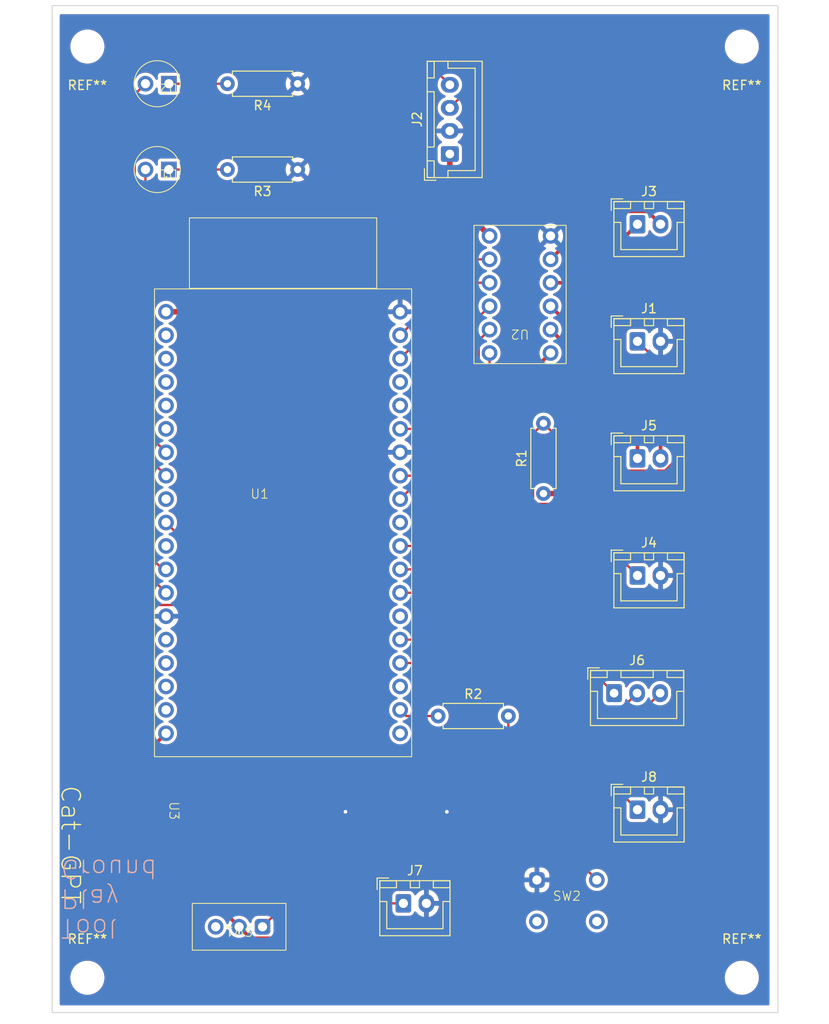
<source format=kicad_pcb>
(kicad_pcb (version 20221018) (generator pcbnew)
  (layers (0 "F.Cu" signal) (31 "B.Cu" signal) (34 "B.Paste" user) (35 "F.Paste" user) (36 "B.SilkS" user "B.Silkscreen") (37 "F.SilkS" user "F.Silkscreen") (38 "B.Mask" user) (39 "F.Mask" user) (44 "Edge.Cuts" user))
  (net 0 "")
  (net 1 "Net-(J1-Pin_1)")
  (net 2 "SCL")
  (net 3 "SDA")
  (net 4 "Net-(J3-Pin_1)")
  (net 5 "Net-(J3-Pin_2)")
  (net 6 "Net-(J5-Pin_1)")
  (net 7 "Net-(J5-Pin_2)")
  (net 17 "+6V")
  (net 20 "Net-(J8-Pin_1)")
  (net 21 "BIN2")
  (net 22 "BIN1")
  (net 23 "AIN2")
  (net 26 "AIN1")
  (net 27 "MODE")
  (net 28 "Net-(J4-Pin_1)")
  (net 29 "Net-(J6-Pin_1)")
  (net 30 "Net-(J6-Pin_2)")
  (net 31 "Net-(J6-Pin_3)")
  (net 32 "GND")
  (net 33 "Net-(SW1-B)")
  (net 35 "Net-(D1-A)")
  (net 36 "Net-(D2-A)")
  (net 37 "3.3V")
  (net 38 "Net-(U1-IO7)")
  (net 39 "Net-(R2-Pad2)")
  (net 44 "Net-(D1-K)")
  (net 45 "Net-(D2-K)")
  (net 46 "Net-(U1-5V)")
  (footprint "MountingHole:MountingHole_3.2mm_M3" (layer "F.Cu") (at 108 40 180)
    (fp_text reference "REF**" (at 0 -4.2) (layer "F.SilkS"))
    (fp_text value "MountingHole_3.2mm_M3")
    (pad "" np_thru_hole circle (at 0 0 180) (size 3.2 3.2) (drill 3.2) (layers "F&B.Cu" "*.Mask"))
  )
  (footprint "Resistor_THT:R_Axial_DIN0207_L6.3mm_D2.5mm_P7.62mm_Horizontal" (layer "F.Cu") (at 157.48 88.4823 90)
    (fp_text reference "R1" (at 3.81 -2.37 90) (layer "F.SilkS"))
    (fp_text value "10k")
    (fp_line (start 0.54 -1.37) (end 7.08 -1.37) (stroke (width 0.12)) (layer "F.SilkS"))
    (fp_line (start 0.54 -1.04) (end 0.54 -1.37) (stroke (width 0.12)) (layer "F.SilkS"))
    (fp_line (start 0.54 1.04) (end 0.54 1.37) (stroke (width 0.12)) (layer "F.SilkS"))
    (fp_line (start 0.54 1.37) (end 7.08 1.37) (stroke (width 0.12)) (layer "F.SilkS"))
    (fp_line (start 7.08 -1.37) (end 7.08 -1.04) (stroke (width 0.12)) (layer "F.SilkS"))
    (fp_line (start 7.08 1.37) (end 7.08 1.04) (stroke (width 0.12)) (layer "F.SilkS"))
    (pad "1" thru_hole circle (at 0 0 90) (size 1.6 1.6) (drill 0.8) (layers "*.Cu" "*.Mask") (net 37 "3.3V"))
    (pad "2" thru_hole oval (at 7.62 0 90) (size 1.6 1.6) (drill 0.8) (layers "*.Cu" "*.Mask") (net 1 "Net-(J1-Pin_1)"))
  )
  (footprint "MountingHole:MountingHole_3.2mm_M3" (layer "F.Cu") (at 108 141)
    (fp_text reference "REF**" (at 0 -4.2) (layer "F.SilkS"))
    (fp_text value "MountingHole_3.2mm_M3")
    (pad "" np_thru_hole circle (at 0 0) (size 3.2 3.2) (drill 3.2) (layers "F&B.Cu" "*.Mask"))
  )
  (footprint "MountingHole:MountingHole_3.2mm_M3" (layer "F.Cu") (at 179 141)
    (fp_text reference "REF**" (at 0 -4.2) (layer "F.SilkS"))
    (fp_text value "MountingHole_3.2mm_M3")
    (pad "" np_thru_hole circle (at 0 0) (size 3.2 3.2) (drill 3.2) (layers "*.Cu" "*.Mask"))
  )
  (footprint "mori:ESP32" (layer "F.Cu") (at 129.23 114.4877)
    (fp_text reference "U1" (at -2.54 -25.96 unlocked) (layer "F.SilkS") (effects (font (thickness 0.1))))
    (fp_text value "~")
    (fp_rect (start -13.95 -48.2) (end 13.95 2.54) (stroke (width 0.1)) (fill none) (layer "F.SilkS"))
    (fp_rect (start -10.16 -55.9054) (end 10.16 -48.26) (stroke (width 0.1)) (fill none) (layer "F.SilkS"))
    (pad "1" thru_hole oval (at -12.7 -45.72) (size 1.7 1.7) (drill 1) (layers "*.Cu" "*.Mask") (net 37 "3.3V"))
    (pad "2" thru_hole oval (at -12.7 -43.18) (size 1.7 1.7) (drill 1) (layers "*.Cu" "*.Mask"))
    (pad "3" thru_hole oval (at -12.7 -40.64) (size 1.7 1.7) (drill 1) (layers "*.Cu" "*.Mask"))
    (pad "4" thru_hole oval (at -12.7 -38.1) (size 1.7 1.7) (drill 1) (layers "*.Cu" "*.Mask"))
    (pad "5" thru_hole oval (at -12.7 -35.56) (size 1.7 1.7) (drill 1) (layers "*.Cu" "*.Mask"))
    (pad "6" thru_hole oval (at -12.7 -33.02) (size 1.7 1.7) (drill 1) (layers "*.Cu" "*.Mask"))
    (pad "7" thru_hole oval (at -12.7 -30.48) (size 1.7 1.7) (drill 1) (layers "*.Cu" "*.Mask") (net 35 "Net-(D1-A)"))
    (pad "8" thru_hole oval (at -12.7 -27.94) (size 1.7 1.7) (drill 1) (layers "*.Cu" "*.Mask") (net 36 "Net-(D2-A)"))
    (pad "9" thru_hole oval (at -12.7 -25.4) (size 1.7 1.7) (drill 1) (layers "*.Cu" "*.Mask"))
    (pad "10" thru_hole oval (at -12.7 -22.86) (size 1.7 1.7) (drill 1) (layers "*.Cu" "*.Mask") (net 1 "Net-(J1-Pin_1)"))
    (pad "11" thru_hole oval (at -12.7 -20.32) (size 1.7 1.7) (drill 1) (layers "*.Cu" "*.Mask"))
    (pad "12" thru_hole oval (at -12.7 -17.78) (size 1.7 1.7) (drill 1) (layers "*.Cu" "*.Mask") (net 2 "SCL"))
    (pad "13" thru_hole oval (at -12.7 -15.24) (size 1.7 1.7) (drill 1) (layers "*.Cu" "*.Mask") (net 3 "SDA"))
    (pad "14" thru_hole oval (at -12.7 -12.7) (size 1.7 1.7) (drill 1) (layers "*.Cu" "*.Mask") (net 32 "GND"))
    (pad "15" thru_hole oval (at -12.7 -10.16) (size 1.7 1.7) (drill 1) (layers "*.Cu" "*.Mask"))
    (pad "16" thru_hole oval (at -12.7 -7.62) (size 1.7 1.7) (drill 1) (layers "*.Cu" "*.Mask"))
    (pad "17" thru_hole oval (at -12.7 -5.08) (size 1.7 1.7) (drill 1) (layers "*.Cu" "*.Mask"))
    (pad "18" thru_hole oval (at -12.7 -2.54) (size 1.7 1.7) (drill 1) (layers "*.Cu" "*.Mask"))
    (pad "19" thru_hole oval (at -12.7 0) (size 1.7 1.7) (drill 1) (layers "*.Cu" "*.Mask") (net 46 "Net-(U1-5V)"))
    (pad "20" thru_hole oval (at 12.7 0) (size 1.7 1.7) (drill 1) (layers "*.Cu" "*.Mask"))
    (pad "21" thru_hole oval (at 12.7 -2.54) (size 1.7 1.7) (drill 1) (layers "*.Cu" "*.Mask") (net 38 "Net-(U1-IO7)"))
    (pad "22" thru_hole oval (at 12.7 -5.08) (size 1.7 1.7) (drill 1) (layers "*.Cu" "*.Mask"))
    (pad "23" thru_hole oval (at 12.7 -7.62) (size 1.7 1.7) (drill 1) (layers "*.Cu" "*.Mask") (net 20 "Net-(J8-Pin_1)"))
    (pad "24" thru_hole oval (at 12.7 -10.16) (size 1.7 1.7) (drill 1) (layers "*.Cu" "*.Mask") (net 31 "Net-(J6-Pin_3)"))
    (pad "25" thru_hole oval (at 12.7 -12.7) (size 1.7 1.7) (drill 1) (layers "*.Cu" "*.Mask"))
    (pad "26" thru_hole oval (at 12.7 -15.24) (size 1.7 1.7) (drill 1) (layers "*.Cu" "*.Mask") (net 30 "Net-(J6-Pin_2)"))
    (pad "27" thru_hole oval (at 12.7 -17.78) (size 1.7 1.7) (drill 1) (layers "*.Cu" "*.Mask") (net 29 "Net-(J6-Pin_1)"))
    (pad "28" thru_hole oval (at 12.7 -20.32) (size 1.7 1.7) (drill 1) (layers "*.Cu" "*.Mask") (net 28 "Net-(J4-Pin_1)"))
    (pad "29" thru_hole oval (at 12.7 -22.86) (size 1.7 1.7) (drill 1) (layers "*.Cu" "*.Mask"))
    (pad "30" thru_hole oval (at 12.7 -25.4) (size 1.7 1.7) (drill 1) (layers "*.Cu" "*.Mask") (net 21 "BIN2"))
    (pad "31" thru_hole oval (at 12.7 -27.94) (size 1.7 1.7) (drill 1) (layers "*.Cu" "*.Mask") (net 22 "BIN1"))
    (pad "32" thru_hole oval (at 12.7 -30.48) (size 1.7 1.7) (drill 1) (layers "*.Cu" "*.Mask") (net 32 "GND"))
    (pad "33" thru_hole oval (at 12.7 -33.02) (size 1.7 1.7) (drill 1) (layers "*.Cu" "*.Mask") (net 23 "AIN2"))
    (pad "34" thru_hole oval (at 12.7 -35.56) (size 1.7 1.7) (drill 1) (layers "*.Cu" "*.Mask"))
    (pad "35" thru_hole oval (at 12.7 -38.1) (size 1.7 1.7) (drill 1) (layers "*.Cu" "*.Mask"))
    (pad "36" thru_hole oval (at 12.7 -40.64) (size 1.7 1.7) (drill 1) (layers "*.Cu" "*.Mask") (net 26 "AIN1"))
    (pad "37" thru_hole oval (at 12.7 -43.18) (size 1.7 1.7) (drill 1) (layers "*.Cu" "*.Mask") (net 27 "MODE"))
    (pad "38" thru_hole oval (at 12.7 -45.72) (size 1.7 1.7) (drill 1) (layers "*.Cu" "*.Mask") (net 32 "GND"))
  )
  (footprint "Connector_JST:JST_XH_B4B-XH-A_1x04_P2.50mm_Vertical" (layer "F.Cu") (at 147.32 51.6523 90)
    (fp_text reference "J2" (at 3.75 -3.55 90) (layer "F.SilkS"))
    (fp_text value "Conn_01x04")
    (fp_line (start -2.85 -2.75) (end -2.85 -1.5) (stroke (width 0.12)) (layer "F.SilkS"))
    (fp_line (start -2.56 -2.46) (end -2.56 3.51) (stroke (width 0.12)) (layer "F.SilkS"))
    (fp_line (start -2.56 3.51) (end 10.06 3.51) (stroke (width 0.12)) (layer "F.SilkS"))
    (fp_line (start -2.55 -2.45) (end -2.55 -1.7) (stroke (width 0.12)) (layer "F.SilkS"))
    (fp_line (start -2.55 -1.7) (end -0.75 -1.7) (stroke (width 0.12)) (layer "F.SilkS"))
    (fp_line (start -2.55 -0.2) (end -1.8 -0.2) (stroke (width 0.12)) (layer "F.SilkS"))
    (fp_line (start -1.8 -0.2) (end -1.8 2.75) (stroke (width 0.12)) (layer "F.SilkS"))
    (fp_line (start -1.8 2.75) (end 3.75 2.75) (stroke (width 0.12)) (layer "F.SilkS"))
    (fp_line (start -1.6 -2.75) (end -2.85 -2.75) (stroke (width 0.12)) (layer "F.SilkS"))
    (fp_line (start -0.75 -2.45) (end -2.55 -2.45) (stroke (width 0.12)) (layer "F.SilkS"))
    (fp_line (start -0.75 -1.7) (end -0.75 -2.45) (stroke (width 0.12)) (layer "F.SilkS"))
    (fp_line (start 0.75 -2.45) (end 0.75 -1.7) (stroke (width 0.12)) (layer "F.SilkS"))
    (fp_line (start 0.75 -1.7) (end 6.75 -1.7) (stroke (width 0.12)) (layer "F.SilkS"))
    (fp_line (start 6.75 -2.45) (end 0.75 -2.45) (stroke (width 0.12)) (layer "F.SilkS"))
    (fp_line (start 6.75 -1.7) (end 6.75 -2.45) (stroke (width 0.12)) (layer "F.SilkS"))
    (fp_line (start 8.25 -2.45) (end 8.25 -1.7) (stroke (width 0.12)) (layer "F.SilkS"))
    (fp_line (start 8.25 -1.7) (end 10.05 -1.7) (stroke (width 0.12)) (layer "F.SilkS"))
    (fp_line (start 9.3 -0.2) (end 9.3 2.75) (stroke (width 0.12)) (layer "F.SilkS"))
    (fp_line (start 9.3 2.75) (end 3.75 2.75) (stroke (width 0.12)) (layer "F.SilkS"))
    (fp_line (start 10.05 -2.45) (end 8.25 -2.45) (stroke (width 0.12)) (layer "F.SilkS"))
    (fp_line (start 10.05 -1.7) (end 10.05 -2.45) (stroke (width 0.12)) (layer "F.SilkS"))
    (fp_line (start 10.05 -0.2) (end 9.3 -0.2) (stroke (width 0.12)) (layer "F.SilkS"))
    (fp_line (start 10.06 -2.46) (end -2.56 -2.46) (stroke (width 0.12)) (layer "F.SilkS"))
    (fp_line (start 10.06 3.51) (end 10.06 -2.46) (stroke (width 0.12)) (layer "F.SilkS"))
    (pad "1" thru_hole roundrect (at 0 0 90) (size 1.7 1.95) (drill 0.95) (layers "*.Cu" "*.Mask") (roundrect_rratio 0.147059) (net 37 "3.3V"))
    (pad "2" thru_hole oval (at 2.5 0 90) (size 1.7 1.95) (drill 0.95) (layers "*.Cu" "*.Mask") (net 32 "GND"))
    (pad "3" thru_hole oval (at 5 0 90) (size 1.7 1.95) (drill 0.95) (layers "*.Cu" "*.Mask") (net 3 "SDA"))
    (pad "4" thru_hole oval (at 7.5 0 90) (size 1.7 1.95) (drill 0.95) (layers "*.Cu" "*.Mask") (net 2 "SCL"))
  )
  (footprint "MountingHole:MountingHole_3.2mm_M3" (layer "F.Cu") (at 179 40 180)
    (fp_text reference "REF**" (at 0 -4.2) (layer "F.SilkS"))
    (fp_text value "MountingHole_3.2mm_M3")
    (pad "" np_thru_hole circle (at 0 0 180) (size 3.2 3.2) (drill 3.2) (layers "F&B.Cu" "*.Mask"))
  )
  (footprint "Connector_JST:JST_XH_B2B-XH-A_1x02_P2.50mm_Vertical" (layer "F.Cu") (at 167.68 71.9723)
    (fp_text reference "J1" (at 1.25 -3.55) (layer "F.SilkS"))
    (fp_text value "Conn_01x02")
    (fp_line (start -2.85 -2.75) (end -2.85 -1.5) (stroke (width 0.12)) (layer "F.SilkS"))
    (fp_line (start -2.56 -2.46) (end -2.56 3.51) (stroke (width 0.12)) (layer "F.SilkS"))
    (fp_line (start -2.56 3.51) (end 5.06 3.51) (stroke (width 0.12)) (layer "F.SilkS"))
    (fp_line (start -2.55 -2.45) (end -2.55 -1.7) (stroke (width 0.12)) (layer "F.SilkS"))
    (fp_line (start -2.55 -1.7) (end -0.75 -1.7) (stroke (width 0.12)) (layer "F.SilkS"))
    (fp_line (start -2.55 -0.2) (end -1.8 -0.2) (stroke (width 0.12)) (layer "F.SilkS"))
    (fp_line (start -1.8 -0.2) (end -1.8 2.75) (stroke (width 0.12)) (layer "F.SilkS"))
    (fp_line (start -1.8 2.75) (end 1.25 2.75) (stroke (width 0.12)) (layer "F.SilkS"))
    (fp_line (start -1.6 -2.75) (end -2.85 -2.75) (stroke (width 0.12)) (layer "F.SilkS"))
    (fp_line (start -0.75 -2.45) (end -2.55 -2.45) (stroke (width 0.12)) (layer "F.SilkS"))
    (fp_line (start -0.75 -1.7) (end -0.75 -2.45) (stroke (width 0.12)) (layer "F.SilkS"))
    (fp_line (start 0.75 -2.45) (end 0.75 -1.7) (stroke (width 0.12)) (layer "F.SilkS"))
    (fp_line (start 0.75 -1.7) (end 1.75 -1.7) (stroke (width 0.12)) (layer "F.SilkS"))
    (fp_line (start 1.75 -2.45) (end 0.75 -2.45) (stroke (width 0.12)) (layer "F.SilkS"))
    (fp_line (start 1.75 -1.7) (end 1.75 -2.45) (stroke (width 0.12)) (layer "F.SilkS"))
    (fp_line (start 3.25 -2.45) (end 3.25 -1.7) (stroke (width 0.12)) (layer "F.SilkS"))
    (fp_line (start 3.25 -1.7) (end 5.05 -1.7) (stroke (width 0.12)) (layer "F.SilkS"))
    (fp_line (start 4.3 -0.2) (end 4.3 2.75) (stroke (width 0.12)) (layer "F.SilkS"))
    (fp_line (start 4.3 2.75) (end 1.25 2.75) (stroke (width 0.12)) (layer "F.SilkS"))
    (fp_line (start 5.05 -2.45) (end 3.25 -2.45) (stroke (width 0.12)) (layer "F.SilkS"))
    (fp_line (start 5.05 -1.7) (end 5.05 -2.45) (stroke (width 0.12)) (layer "F.SilkS"))
    (fp_line (start 5.05 -0.2) (end 4.3 -0.2) (stroke (width 0.12)) (layer "F.SilkS"))
    (fp_line (start 5.06 -2.46) (end -2.56 -2.46) (stroke (width 0.12)) (layer "F.SilkS"))
    (fp_line (start 5.06 3.51) (end 5.06 -2.46) (stroke (width 0.12)) (layer "F.SilkS"))
    (pad "1" thru_hole roundrect (at 0 0) (size 1.7 2) (drill 1) (layers "*.Cu" "*.Mask") (roundrect_rratio 0.147059) (net 1 "Net-(J1-Pin_1)"))
    (pad "2" thru_hole oval (at 2.5 0) (size 1.7 2) (drill 1) (layers "*.Cu" "*.Mask") (net 32 "GND"))
  )
  (footprint "Resistor_THT:R_Axial_DIN0207_L6.3mm_D2.5mm_P7.62mm_Horizontal" (layer "F.Cu") (at 130.81 44.0323 180)
    (fp_text reference "R4" (at 3.81 -2.37) (layer "F.SilkS"))
    (fp_text value "110")
    (fp_line (start 0.54 -1.37) (end 7.08 -1.37) (stroke (width 0.12)) (layer "F.SilkS"))
    (fp_line (start 0.54 -1.04) (end 0.54 -1.37) (stroke (width 0.12)) (layer "F.SilkS"))
    (fp_line (start 0.54 1.04) (end 0.54 1.37) (stroke (width 0.12)) (layer "F.SilkS"))
    (fp_line (start 0.54 1.37) (end 7.08 1.37) (stroke (width 0.12)) (layer "F.SilkS"))
    (fp_line (start 7.08 -1.37) (end 7.08 -1.04) (stroke (width 0.12)) (layer "F.SilkS"))
    (fp_line (start 7.08 1.37) (end 7.08 1.04) (stroke (width 0.12)) (layer "F.SilkS"))
    (pad "1" thru_hole circle (at 0 0 180) (size 1.6 1.6) (drill 0.8) (layers "*.Cu" "*.Mask") (net 32 "GND"))
    (pad "2" thru_hole oval (at 7.62 0 180) (size 1.6 1.6) (drill 0.8) (layers "*.Cu" "*.Mask") (net 45 "Net-(D2-K)"))
  )
  (footprint "Connector_JST:JST_XH_B2B-XH-A_1x02_P2.50mm_Vertical" (layer "F.Cu") (at 167.68 59.2723)
    (fp_text reference "J3" (at 1.25 -3.55) (layer "F.SilkS"))
    (fp_text value "Conn_01x02")
    (fp_line (start -2.85 -2.75) (end -2.85 -1.5) (stroke (width 0.12)) (layer "F.SilkS"))
    (fp_line (start -2.56 -2.46) (end -2.56 3.51) (stroke (width 0.12)) (layer "F.SilkS"))
    (fp_line (start -2.56 3.51) (end 5.06 3.51) (stroke (width 0.12)) (layer "F.SilkS"))
    (fp_line (start -2.55 -2.45) (end -2.55 -1.7) (stroke (width 0.12)) (layer "F.SilkS"))
    (fp_line (start -2.55 -1.7) (end -0.75 -1.7) (stroke (width 0.12)) (layer "F.SilkS"))
    (fp_line (start -2.55 -0.2) (end -1.8 -0.2) (stroke (width 0.12)) (layer "F.SilkS"))
    (fp_line (start -1.8 -0.2) (end -1.8 2.75) (stroke (width 0.12)) (layer "F.SilkS"))
    (fp_line (start -1.8 2.75) (end 1.25 2.75) (stroke (width 0.12)) (layer "F.SilkS"))
    (fp_line (start -1.6 -2.75) (end -2.85 -2.75) (stroke (width 0.12)) (layer "F.SilkS"))
    (fp_line (start -0.75 -2.45) (end -2.55 -2.45) (stroke (width 0.12)) (layer "F.SilkS"))
    (fp_line (start -0.75 -1.7) (end -0.75 -2.45) (stroke (width 0.12)) (layer "F.SilkS"))
    (fp_line (start 0.75 -2.45) (end 0.75 -1.7) (stroke (width 0.12)) (layer "F.SilkS"))
    (fp_line (start 0.75 -1.7) (end 1.75 -1.7) (stroke (width 0.12)) (layer "F.SilkS"))
    (fp_line (start 1.75 -2.45) (end 0.75 -2.45) (stroke (width 0.12)) (layer "F.SilkS"))
    (fp_line (start 1.75 -1.7) (end 1.75 -2.45) (stroke (width 0.12)) (layer "F.SilkS"))
    (fp_line (start 3.25 -2.45) (end 3.25 -1.7) (stroke (width 0.12)) (layer "F.SilkS"))
    (fp_line (start 3.25 -1.7) (end 5.05 -1.7) (stroke (width 0.12)) (layer "F.SilkS"))
    (fp_line (start 4.3 -0.2) (end 4.3 2.75) (stroke (width 0.12)) (layer "F.SilkS"))
    (fp_line (start 4.3 2.75) (end 1.25 2.75) (stroke (width 0.12)) (layer "F.SilkS"))
    (fp_line (start 5.05 -2.45) (end 3.25 -2.45) (stroke (width 0.12)) (layer "F.SilkS"))
    (fp_line (start 5.05 -1.7) (end 5.05 -2.45) (stroke (width 0.12)) (layer "F.SilkS"))
    (fp_line (start 5.05 -0.2) (end 4.3 -0.2) (stroke (width 0.12)) (layer "F.SilkS"))
    (fp_line (start 5.06 -2.46) (end -2.56 -2.46) (stroke (width 0.12)) (layer "F.SilkS"))
    (fp_line (start 5.06 3.51) (end 5.06 -2.46) (stroke (width 0.12)) (layer "F.SilkS"))
    (pad "1" thru_hole roundrect (at 0 0) (size 1.7 2) (drill 1) (layers "*.Cu" "*.Mask") (roundrect_rratio 0.147059) (net 4 "Net-(J3-Pin_1)"))
    (pad "2" thru_hole oval (at 2.5 0) (size 1.7 2) (drill 1) (layers "*.Cu" "*.Mask") (net 5 "Net-(J3-Pin_2)"))
  )
  (footprint "mori:tact_switch" (layer "F.Cu") (at 160.02 132.6423)
    (fp_text reference "SW2" (at 0 -0.5 unlocked) (layer "F.SilkS") (effects (font (thickness 0.1))))
    (fp_text value "SW_Push")
    (pad "1" thru_hole roundrect (at -3.25 -2.25) (size 1.7 1.7) (drill 1) (layers "*.Cu" "*.Mask") (net 32 "GND"))
    (pad "2" thru_hole circle (at 3.25 -2.25) (size 1.7 1.7) (drill 1) (layers "*.Cu" "*.Mask") (net 39 "Net-(R2-Pad2)"))
    (pad "3" thru_hole circle (at -3.25 2.25) (size 1.7 1.7) (drill 1) (layers "*.Cu" "*.Mask"))
    (pad "4" thru_hole circle (at 3.25 2.25) (size 1.7 1.7) (drill 1) (layers "*.Cu" "*.Mask"))
  )
  (footprint "mori:DRV8835" (layer "F.Cu") (at 154.94 70.7023 180)
    (fp_text reference "U2" (at 0 -0.5 180 unlocked) (layer "F.SilkS") (effects (font (thickness 0.1))))
    (fp_text value "DRV8835" hide)
    (fp_rect (start -5 11.31) (end 5 -3.69) (stroke (width 0.1)) (fill none) (layer "F.SilkS"))
    (pad "1" thru_hole circle (at -3.31 -2.54 180) (size 1.7 1.7) (drill 1) (layers "*.Cu" "*.Mask") (net 33 "Net-(SW1-B)"))
    (pad "2" thru_hole circle (at -3.31 0 180) (size 1.7 1.7) (drill 1) (layers "*.Cu" "*.Mask") (net 6 "Net-(J5-Pin_1)"))
    (pad "3" thru_hole circle (at -3.31 2.54 180) (size 1.7 1.7) (drill 1) (layers "*.Cu" "*.Mask") (net 7 "Net-(J5-Pin_2)"))
    (pad "4" thru_hole circle (at -3.31 5.08 180) (size 1.7 1.7) (drill 1) (layers "*.Cu" "*.Mask") (net 4 "Net-(J3-Pin_1)"))
    (pad "5" thru_hole circle (at -3.31 7.62 180) (size 1.7 1.7) (drill 1) (layers "*.Cu" "*.Mask") (net 5 "Net-(J3-Pin_2)"))
    (pad "6" thru_hole circle (at -3.31 10.16 180) (size 1.7 1.7) (drill 1) (layers "*.Cu" "*.Mask") (net 32 "GND"))
    (pad "7" thru_hole circle (at 3.31 10.16 180) (size 1.7 1.7) (drill 1) (layers "*.Cu" "*.Mask") (net 37 "3.3V"))
    (pad "8" thru_hole circle (at 3.31 7.62 180) (size 1.7 1.7) (drill 1) (layers "*.Cu" "*.Mask") (net 27 "MODE"))
    (pad "9" thru_hole circle (at 3.31 5.08 180) (size 1.7 1.7) (drill 1) (layers "*.Cu" "*.Mask") (net 26 "AIN1"))
    (pad "10" thru_hole circle (at 3.31 2.54 180) (size 1.7 1.7) (drill 1) (layers "*.Cu" "*.Mask") (net 23 "AIN2"))
    (pad "11" thru_hole circle (at 3.31 0 180) (size 1.7 1.7) (drill 1) (layers "*.Cu" "*.Mask") (net 22 "BIN1"))
    (pad "12" thru_hole circle (at 3.31 -2.54 180) (size 1.7 1.7) (drill 1) (layers "*.Cu" "*.Mask") (net 21 "BIN2"))
  )
  (footprint "mori:switch" (layer "F.Cu") (at 124.46 135.4723 180)
    (fp_text reference "SW1" (at 0 -0.5 180 unlocked) (layer "F.SilkS") (effects (font (thickness 0.1))))
    (fp_text value "SW_SPDT")
    (fp_rect (start -5.08 -2.54) (end 5.08 2.54) (stroke (width 0.1)) (fill none) (layer "F.SilkS"))
    (pad "1" thru_hole roundrect (at -2.54 0 180) (size 1.7 1.7) (drill 1) (layers "*.Cu" "*.Mask") (net 17 "+6V"))
    (pad "2" thru_hole circle (at 0 0 180) (size 1.7 1.7) (drill 1) (layers "*.Cu" "*.Mask") (net 33 "Net-(SW1-B)"))
    (pad "3" thru_hole circle (at 2.54 0 180) (size 1.7 1.7) (drill 1) (layers "*.Cu" "*.Mask"))
  )
  (footprint "Connector_JST:JST_XH_B3B-XH-A_1x03_P2.50mm_Vertical" (layer "F.Cu") (at 165.14 110.1323)
    (fp_text reference "J6" (at 2.5 -3.55) (layer "F.SilkS"))
    (fp_text value "Conn_01x03")
    (fp_line (start -2.85 -2.75) (end -2.85 -1.5) (stroke (width 0.12)) (layer "F.SilkS"))
    (fp_line (start -2.56 -2.46) (end -2.56 3.51) (stroke (width 0.12)) (layer "F.SilkS"))
    (fp_line (start -2.56 3.51) (end 7.56 3.51) (stroke (width 0.12)) (layer "F.SilkS"))
    (fp_line (start -2.55 -2.45) (end -2.55 -1.7) (stroke (width 0.12)) (layer "F.SilkS"))
    (fp_line (start -2.55 -1.7) (end -0.75 -1.7) (stroke (width 0.12)) (layer "F.SilkS"))
    (fp_line (start -2.55 -0.2) (end -1.8 -0.2) (stroke (width 0.12)) (layer "F.SilkS"))
    (fp_line (start -1.8 -0.2) (end -1.8 2.75) (stroke (width 0.12)) (layer "F.SilkS"))
    (fp_line (start -1.8 2.75) (end 2.5 2.75) (stroke (width 0.12)) (layer "F.SilkS"))
    (fp_line (start -1.6 -2.75) (end -2.85 -2.75) (stroke (width 0.12)) (layer "F.SilkS"))
    (fp_line (start -0.75 -2.45) (end -2.55 -2.45) (stroke (width 0.12)) (layer "F.SilkS"))
    (fp_line (start -0.75 -1.7) (end -0.75 -2.45) (stroke (width 0.12)) (layer "F.SilkS"))
    (fp_line (start 0.75 -2.45) (end 0.75 -1.7) (stroke (width 0.12)) (layer "F.SilkS"))
    (fp_line (start 0.75 -1.7) (end 4.25 -1.7) (stroke (width 0.12)) (layer "F.SilkS"))
    (fp_line (start 4.25 -2.45) (end 0.75 -2.45) (stroke (width 0.12)) (layer "F.SilkS"))
    (fp_line (start 4.25 -1.7) (end 4.25 -2.45) (stroke (width 0.12)) (layer "F.SilkS"))
    (fp_line (start 5.75 -2.45) (end 5.75 -1.7) (stroke (width 0.12)) (layer "F.SilkS"))
    (fp_line (start 5.75 -1.7) (end 7.55 -1.7) (stroke (width 0.12)) (layer "F.SilkS"))
    (fp_line (start 6.8 -0.2) (end 6.8 2.75) (stroke (width 0.12)) (layer "F.SilkS"))
    (fp_line (start 6.8 2.75) (end 2.5 2.75) (stroke (width 0.12)) (layer "F.SilkS"))
    (fp_line (start 7.55 -2.45) (end 5.75 -2.45) (stroke (width 0.12)) (layer "F.SilkS"))
    (fp_line (start 7.55 -1.7) (end 7.55 -2.45) (stroke (width 0.12)) (layer "F.SilkS"))
    (fp_line (start 7.55 -0.2) (end 6.8 -0.2) (stroke (width 0.12)) (layer "F.SilkS"))
    (fp_line (start 7.56 -2.46) (end -2.56 -2.46) (stroke (width 0.12)) (layer "F.SilkS"))
    (fp_line (start 7.56 3.51) (end 7.56 -2.46) (stroke (width 0.12)) (layer "F.SilkS"))
    (pad "1" thru_hole roundrect (at 0 0) (size 1.7 1.95) (drill 0.95) (layers "*.Cu" "*.Mask") (roundrect_rratio 0.147059) (net 29 "Net-(J6-Pin_1)"))
    (pad "2" thru_hole oval (at 2.5 0) (size 1.7 1.95) (drill 0.95) (layers "*.Cu" "*.Mask") (net 30 "Net-(J6-Pin_2)"))
    (pad "3" thru_hole oval (at 5 0) (size 1.7 1.95) (drill 0.95) (layers "*.Cu" "*.Mask") (net 31 "Net-(J6-Pin_3)"))
  )
  (footprint "Resistor_THT:R_Axial_DIN0207_L6.3mm_D2.5mm_P7.62mm_Horizontal" (layer "F.Cu") (at 130.81 53.34 180)
    (fp_text reference "R3" (at 3.81 -2.37) (layer "F.SilkS"))
    (fp_text value "110")
    (fp_line (start 0.54 -1.37) (end 7.08 -1.37) (stroke (width 0.12)) (layer "F.SilkS"))
    (fp_line (start 0.54 -1.04) (end 0.54 -1.37) (stroke (width 0.12)) (layer "F.SilkS"))
    (fp_line (start 0.54 1.04) (end 0.54 1.37) (stroke (width 0.12)) (layer "F.SilkS"))
    (fp_line (start 0.54 1.37) (end 7.08 1.37) (stroke (width 0.12)) (layer "F.SilkS"))
    (fp_line (start 7.08 -1.37) (end 7.08 -1.04) (stroke (width 0.12)) (layer "F.SilkS"))
    (fp_line (start 7.08 1.37) (end 7.08 1.04) (stroke (width 0.12)) (layer "F.SilkS"))
    (pad "1" thru_hole circle (at 0 0 180) (size 1.6 1.6) (drill 0.8) (layers "*.Cu" "*.Mask") (net 32 "GND"))
    (pad "2" thru_hole oval (at 7.62 0 180) (size 1.6 1.6) (drill 0.8) (layers "*.Cu" "*.Mask") (net 44 "Net-(D1-K)"))
  )
  (footprint "mori:NJM2845" (layer "F.Cu") (at 116.9 122.8823 -90)
    (fp_text reference "U3" (at 0 -0.5 -90 unlocked) (layer "F.SilkS") (effects (font (thickness 0.1))))
    (fp_text value "~")
    (pad "1" smd rect (at -2.3 -1.25 270) (size 2 2.5) (layers "F.Cu" "F.Mask") (net 33 "Net-(SW1-B)"))
    (pad "2" smd rect (at 0 -7.5 270) (size 6 6) (layers "F.Cu" "F.Paste" "F.Mask") (net 32 "GND"))
    (pad "3" smd rect (at 2.3 -1.25 270) (size 2 2.5) (layers "F.Cu" "F.Paste" "F.Mask") (net 46 "Net-(U1-5V)"))
  )
  (footprint "Connector_JST:JST_XH_B2B-XH-A_1x02_P2.50mm_Vertical" (layer "F.Cu") (at 167.68 97.3723)
    (fp_text reference "J4" (at 1.25 -3.55) (layer "F.SilkS"))
    (fp_text value "Conn_01x02")
    (fp_line (start -2.85 -2.75) (end -2.85 -1.5) (stroke (width 0.12)) (layer "F.SilkS"))
    (fp_line (start -2.56 -2.46) (end -2.56 3.51) (stroke (width 0.12)) (layer "F.SilkS"))
    (fp_line (start -2.56 3.51) (end 5.06 3.51) (stroke (width 0.12)) (layer "F.SilkS"))
    (fp_line (start -2.55 -2.45) (end -2.55 -1.7) (stroke (width 0.12)) (layer "F.SilkS"))
    (fp_line (start -2.55 -1.7) (end -0.75 -1.7) (stroke (width 0.12)) (layer "F.SilkS"))
    (fp_line (start -2.55 -0.2) (end -1.8 -0.2) (stroke (width 0.12)) (layer "F.SilkS"))
    (fp_line (start -1.8 -0.2) (end -1.8 2.75) (stroke (width 0.12)) (layer "F.SilkS"))
    (fp_line (start -1.8 2.75) (end 1.25 2.75) (stroke (width 0.12)) (layer "F.SilkS"))
    (fp_line (start -1.6 -2.75) (end -2.85 -2.75) (stroke (width 0.12)) (layer "F.SilkS"))
    (fp_line (start -0.75 -2.45) (end -2.55 -2.45) (stroke (width 0.12)) (layer "F.SilkS"))
    (fp_line (start -0.75 -1.7) (end -0.75 -2.45) (stroke (width 0.12)) (layer "F.SilkS"))
    (fp_line (start 0.75 -2.45) (end 0.75 -1.7) (stroke (width 0.12)) (layer "F.SilkS"))
    (fp_line (start 0.75 -1.7) (end 1.75 -1.7) (stroke (width 0.12)) (layer "F.SilkS"))
    (fp_line (start 1.75 -2.45) (end 0.75 -2.45) (stroke (width 0.12)) (layer "F.SilkS"))
    (fp_line (start 1.75 -1.7) (end 1.75 -2.45) (stroke (width 0.12)) (layer "F.SilkS"))
    (fp_line (start 3.25 -2.45) (end 3.25 -1.7) (stroke (width 0.12)) (layer "F.SilkS"))
    (fp_line (start 3.25 -1.7) (end 5.05 -1.7) (stroke (width 0.12)) (layer "F.SilkS"))
    (fp_line (start 4.3 -0.2) (end 4.3 2.75) (stroke (width 0.12)) (layer "F.SilkS"))
    (fp_line (start 4.3 2.75) (end 1.25 2.75) (stroke (width 0.12)) (layer "F.SilkS"))
    (fp_line (start 5.05 -2.45) (end 3.25 -2.45) (stroke (width 0.12)) (layer "F.SilkS"))
    (fp_line (start 5.05 -1.7) (end 5.05 -2.45) (stroke (width 0.12)) (layer "F.SilkS"))
    (fp_line (start 5.05 -0.2) (end 4.3 -0.2) (stroke (width 0.12)) (layer "F.SilkS"))
    (fp_line (start 5.06 -2.46) (end -2.56 -2.46) (stroke (width 0.12)) (layer "F.SilkS"))
    (fp_line (start 5.06 3.51) (end 5.06 -2.46) (stroke (width 0.12)) (layer "F.SilkS"))
    (pad "1" thru_hole roundrect (at 0 0) (size 1.7 2) (drill 1) (layers "*.Cu" "*.Mask") (roundrect_rratio 0.147059) (net 28 "Net-(J4-Pin_1)"))
    (pad "2" thru_hole oval (at 2.5 0) (size 1.7 2) (drill 1) (layers "*.Cu" "*.Mask") (net 32 "GND"))
  )
  (footprint "mori:LED" (layer "F.Cu") (at 116.84 53.34 180)
    (fp_text reference "D1" (at 0 -0.5 180 unlocked) (layer "F.SilkS") (effects (font (thickness 0.1))))
    (fp_text value "LED")
    (fp_circle (center 1.27 0) (end 3.77 0) (stroke (width 0.1)) (fill none) (layer "F.SilkS"))
    (pad "1" thru_hole rect (at 0 0 180) (size 1.7 1.7) (drill 1) (layers "*.Cu" "*.Mask") (net 44 "Net-(D1-K)"))
    (pad "2" thru_hole circle (at 2.54 0 180) (size 1.7 1.7) (drill 1) (layers "*.Cu" "*.Mask") (net 35 "Net-(D1-A)"))
  )
  (footprint "Resistor_THT:R_Axial_DIN0207_L6.3mm_D2.5mm_P7.62mm_Horizontal" (layer "F.Cu") (at 146.05 112.6123)
    (fp_text reference "R2" (at 3.81 -2.37) (layer "F.SilkS"))
    (fp_text value "10k")
    (fp_line (start 0.54 -1.37) (end 7.08 -1.37) (stroke (width 0.12)) (layer "F.SilkS"))
    (fp_line (start 0.54 -1.04) (end 0.54 -1.37) (stroke (width 0.12)) (layer "F.SilkS"))
    (fp_line (start 0.54 1.04) (end 0.54 1.37) (stroke (width 0.12)) (layer "F.SilkS"))
    (fp_line (start 0.54 1.37) (end 7.08 1.37) (stroke (width 0.12)) (layer "F.SilkS"))
    (fp_line (start 7.08 -1.37) (end 7.08 -1.04) (stroke (width 0.12)) (layer "F.SilkS"))
    (fp_line (start 7.08 1.37) (end 7.08 1.04) (stroke (width 0.12)) (layer "F.SilkS"))
    (pad "1" thru_hole circle (at 0 0) (size 1.6 1.6) (drill 0.8) (layers "*.Cu" "*.Mask") (net 38 "Net-(U1-IO7)"))
    (pad "2" thru_hole oval (at 7.62 0) (size 1.6 1.6) (drill 0.8) (layers "*.Cu" "*.Mask") (net 39 "Net-(R2-Pad2)"))
  )
  (footprint "Connector_JST:JST_XH_B2B-XH-A_1x02_P2.50mm_Vertical" (layer "F.Cu") (at 167.68 84.6723)
    (fp_text reference "J5" (at 1.25 -3.55) (layer "F.SilkS"))
    (fp_text value "Conn_01x02")
    (fp_line (start -2.85 -2.75) (end -2.85 -1.5) (stroke (width 0.12)) (layer "F.SilkS"))
    (fp_line (start -2.56 -2.46) (end -2.56 3.51) (stroke (width 0.12)) (layer "F.SilkS"))
    (fp_line (start -2.56 3.51) (end 5.06 3.51) (stroke (width 0.12)) (layer "F.SilkS"))
    (fp_line (start -2.55 -2.45) (end -2.55 -1.7) (stroke (width 0.12)) (layer "F.SilkS"))
    (fp_line (start -2.55 -1.7) (end -0.75 -1.7) (stroke (width 0.12)) (layer "F.SilkS"))
    (fp_line (start -2.55 -0.2) (end -1.8 -0.2) (stroke (width 0.12)) (layer "F.SilkS"))
    (fp_line (start -1.8 -0.2) (end -1.8 2.75) (stroke (width 0.12)) (layer "F.SilkS"))
    (fp_line (start -1.8 2.75) (end 1.25 2.75) (stroke (width 0.12)) (layer "F.SilkS"))
    (fp_line (start -1.6 -2.75) (end -2.85 -2.75) (stroke (width 0.12)) (layer "F.SilkS"))
    (fp_line (start -0.75 -2.45) (end -2.55 -2.45) (stroke (width 0.12)) (layer "F.SilkS"))
    (fp_line (start -0.75 -1.7) (end -0.75 -2.45) (stroke (width 0.12)) (layer "F.SilkS"))
    (fp_line (start 0.75 -2.45) (end 0.75 -1.7) (stroke (width 0.12)) (layer "F.SilkS"))
    (fp_line (start 0.75 -1.7) (end 1.75 -1.7) (stroke (width 0.12)) (layer "F.SilkS"))
    (fp_line (start 1.75 -2.45) (end 0.75 -2.45) (stroke (width 0.12)) (layer "F.SilkS"))
    (fp_line (start 1.75 -1.7) (end 1.75 -2.45) (stroke (width 0.12)) (layer "F.SilkS"))
    (fp_line (start 3.25 -2.45) (end 3.25 -1.7) (stroke (width 0.12)) (layer "F.SilkS"))
    (fp_line (start 3.25 -1.7) (end 5.05 -1.7) (stroke (width 0.12)) (layer "F.SilkS"))
    (fp_line (start 4.3 -0.2) (end 4.3 2.75) (stroke (width 0.12)) (layer "F.SilkS"))
    (fp_line (start 4.3 2.75) (end 1.25 2.75) (stroke (width 0.12)) (layer "F.SilkS"))
    (fp_line (start 5.05 -2.45) (end 3.25 -2.45) (stroke (width 0.12)) (layer "F.SilkS"))
    (fp_line (start 5.05 -1.7) (end 5.05 -2.45) (stroke (width 0.12)) (layer "F.SilkS"))
    (fp_line (start 5.05 -0.2) (end 4.3 -0.2) (stroke (width 0.12)) (layer "F.SilkS"))
    (fp_line (start 5.06 -2.46) (end -2.56 -2.46) (stroke (width 0.12)) (layer "F.SilkS"))
    (fp_line (start 5.06 3.51) (end 5.06 -2.46) (stroke (width 0.12)) (layer "F.SilkS"))
    (pad "1" thru_hole roundrect (at 0 0) (size 1.7 2) (drill 1) (layers "*.Cu" "*.Mask") (roundrect_rratio 0.147059) (net 6 "Net-(J5-Pin_1)"))
    (pad "2" thru_hole oval (at 2.5 0) (size 1.7 2) (drill 1) (layers "*.Cu" "*.Mask") (net 7 "Net-(J5-Pin_2)"))
  )
  (footprint "Connector_JST:JST_XH_B2B-XH-A_1x02_P2.50mm_Vertical" (layer "F.Cu") (at 142.28 132.9323)
    (fp_text reference "J7" (at 1.25 -3.55) (layer "F.SilkS"))
    (fp_text value "Conn_01x02")
    (fp_line (start -2.85 -2.75) (end -2.85 -1.5) (stroke (width 0.12)) (layer "F.SilkS"))
    (fp_line (start -2.56 -2.46) (end -2.56 3.51) (stroke (width 0.12)) (layer "F.SilkS"))
    (fp_line (start -2.56 3.51) (end 5.06 3.51) (stroke (width 0.12)) (layer "F.SilkS"))
    (fp_line (start -2.55 -2.45) (end -2.55 -1.7) (stroke (width 0.12)) (layer "F.SilkS"))
    (fp_line (start -2.55 -1.7) (end -0.75 -1.7) (stroke (width 0.12)) (layer "F.SilkS"))
    (fp_line (start -2.55 -0.2) (end -1.8 -0.2) (stroke (width 0.12)) (layer "F.SilkS"))
    (fp_line (start -1.8 -0.2) (end -1.8 2.75) (stroke (width 0.12)) (layer "F.SilkS"))
    (fp_line (start -1.8 2.75) (end 1.25 2.75) (stroke (width 0.12)) (layer "F.SilkS"))
    (fp_line (start -1.6 -2.75) (end -2.85 -2.75) (stroke (width 0.12)) (layer "F.SilkS"))
    (fp_line (start -0.75 -2.45) (end -2.55 -2.45) (stroke (width 0.12)) (layer "F.SilkS"))
    (fp_line (start -0.75 -1.7) (end -0.75 -2.45) (stroke (width 0.12)) (layer "F.SilkS"))
    (fp_line (start 0.75 -2.45) (end 0.75 -1.7) (stroke (width 0.12)) (layer "F.SilkS"))
    (fp_line (start 0.75 -1.7) (end 1.75 -1.7) (stroke (width 0.12)) (layer "F.SilkS"))
    (fp_line (start 1.75 -2.45) (end 0.75 -2.45) (stroke (width 0.12)) (layer "F.SilkS"))
    (fp_line (start 1.75 -1.7) (end 1.75 -2.45) (stroke (width 0.12)) (layer "F.SilkS"))
    (fp_line (start 3.25 -2.45) (end 3.25 -1.7) (stroke (width 0.12)) (layer "F.SilkS"))
    (fp_line (start 3.25 -1.7) (end 5.05 -1.7) (stroke (width 0.12)) (layer "F.SilkS"))
    (fp_line (start 4.3 -0.2) (end 4.3 2.75) (stroke (width 0.12)) (layer "F.SilkS"))
    (fp_line (start 4.3 2.75) (end 1.25 2.75) (stroke (width 0.12)) (layer "F.SilkS"))
    (fp_line (start 5.05 -2.45) (end 3.25 -2.45) (stroke (width 0.12)) (layer "F.SilkS"))
    (fp_line (start 5.05 -1.7) (end 5.05 -2.45) (stroke (width 0.12)) (layer "F.SilkS"))
    (fp_line (start 5.05 -0.2) (end 4.3 -0.2) (stroke (width 0.12)) (layer "F.SilkS"))
    (fp_line (start 5.06 -2.46) (end -2.56 -2.46) (stroke (width 0.12)) (layer "F.SilkS"))
    (fp_line (start 5.06 3.51) (end 5.06 -2.46) (stroke (width 0.12)) (layer "F.SilkS"))
    (pad "1" thru_hole roundrect (at 0 0) (size 1.7 2) (drill 1) (layers "*.Cu" "*.Mask") (roundrect_rratio 0.147059) (net 17 "+6V"))
    (pad "2" thru_hole oval (at 2.5 0) (size 1.7 2) (drill 1) (layers "*.Cu" "*.Mask") (net 32 "GND"))
  )
  (footprint "Connector_JST:JST_XH_B2B-XH-A_1x02_P2.50mm_Vertical" (layer "F.Cu") (at 167.68 122.7723)
    (fp_text reference "J8" (at 1.25 -3.55) (layer "F.SilkS"))
    (fp_text value "Conn_01x02")
    (fp_line (start -2.85 -2.75) (end -2.85 -1.5) (stroke (width 0.12)) (layer "F.SilkS"))
    (fp_line (start -2.56 -2.46) (end -2.56 3.51) (stroke (width 0.12)) (layer "F.SilkS"))
    (fp_line (start -2.56 3.51) (end 5.06 3.51) (stroke (width 0.12)) (layer "F.SilkS"))
    (fp_line (start -2.55 -2.45) (end -2.55 -1.7) (stroke (width 0.12)) (layer "F.SilkS"))
    (fp_line (start -2.55 -1.7) (end -0.75 -1.7) (stroke (width 0.12)) (layer "F.SilkS"))
    (fp_line (start -2.55 -0.2) (end -1.8 -0.2) (stroke (width 0.12)) (layer "F.SilkS"))
    (fp_line (start -1.8 -0.2) (end -1.8 2.75) (stroke (width 0.12)) (layer "F.SilkS"))
    (fp_line (start -1.8 2.75) (end 1.25 2.75) (stroke (width 0.12)) (layer "F.SilkS"))
    (fp_line (start -1.6 -2.75) (end -2.85 -2.75) (stroke (width 0.12)) (layer "F.SilkS"))
    (fp_line (start -0.75 -2.45) (end -2.55 -2.45) (stroke (width 0.12)) (layer "F.SilkS"))
    (fp_line (start -0.75 -1.7) (end -0.75 -2.45) (stroke (width 0.12)) (layer "F.SilkS"))
    (fp_line (start 0.75 -2.45) (end 0.75 -1.7) (stroke (width 0.12)) (layer "F.SilkS"))
    (fp_line (start 0.75 -1.7) (end 1.75 -1.7) (stroke (width 0.12)) (layer "F.SilkS"))
    (fp_line (start 1.75 -2.45) (end 0.75 -2.45) (stroke (width 0.12)) (layer "F.SilkS"))
    (fp_line (start 1.75 -1.7) (end 1.75 -2.45) (stroke (width 0.12)) (layer "F.SilkS"))
    (fp_line (start 3.25 -2.45) (end 3.25 -1.7) (stroke (width 0.12)) (layer "F.SilkS"))
    (fp_line (start 3.25 -1.7) (end 5.05 -1.7) (stroke (width 0.12)) (layer "F.SilkS"))
    (fp_line (start 4.3 -0.2) (end 4.3 2.75) (stroke (width 0.12)) (layer "F.SilkS"))
    (fp_line (start 4.3 2.75) (end 1.25 2.75) (stroke (width 0.12)) (layer "F.SilkS"))
    (fp_line (start 5.05 -2.45) (end 3.25 -2.45) (stroke (width 0.12)) (layer "F.SilkS"))
    (fp_line (start 5.05 -1.7) (end 5.05 -2.45) (stroke (width 0.12)) (layer "F.SilkS"))
    (fp_line (start 5.05 -0.2) (end 4.3 -0.2) (stroke (width 0.12)) (layer "F.SilkS"))
    (fp_line (start 5.06 -2.46) (end -2.56 -2.46) (stroke (width 0.12)) (layer "F.SilkS"))
    (fp_line (start 5.06 3.51) (end 5.06 -2.46) (stroke (width 0.12)) (layer "F.SilkS"))
    (pad "1" thru_hole roundrect (at 0 0) (size 1.7 2) (drill 1) (layers "*.Cu" "*.Mask") (roundrect_rratio 0.147059) (net 20 "Net-(J8-Pin_1)"))
    (pad "2" thru_hole oval (at 2.5 0) (size 1.7 2) (drill 1) (layers "*.Cu" "*.Mask") (net 32 "GND"))
  )
  (footprint "mori:LED" (layer "F.Cu") (at 116.84 44.0323 180)
    (fp_text reference "D2" (at 0 -0.5 180 unlocked) (layer "F.SilkS") (effects (font (thickness 0.1))))
    (fp_text value "LED")
    (fp_circle (center 1.27 0) (end 3.77 0) (stroke (width 0.1)) (fill none) (layer "F.SilkS"))
    (pad "1" thru_hole rect (at 0 0 180) (size 1.7 1.7) (drill 1) (layers "*.Cu" "*.Mask") (net 45 "Net-(D2-K)"))
    (pad "2" thru_hole circle (at 2.54 0 180) (size 1.7 1.7) (drill 1) (layers "*.Cu" "*.Mask") (net 36 "Net-(D2-A)"))
  )
  (gr_rect (start 104.18 35.56) (end 182.92 144.78) (stroke (width 0.1)) (fill none) (layer "Edge.Cuts"))
  (gr_text "Tool\nPlay\nGround\n" (at 105 128 180) (layer "B.SilkS") (effects (font (size 2 2)) (justify left bottom mirror)))
  (gr_text "Cat-GPT" (at 105 120 -90) (layer "F.SilkS") (effects (font (size 2 2)) (justify left bottom)))
  (segment (start 156.355 81.9873) (end 157.48 80.8623) (width 0.25) (layer "F.Cu") (net 1))
  (segment (start 162.615 85.9973) (end 170.666261 85.9973) (width 0.25) (layer "F.Cu") (net 1))
  (segment (start 172.72 83.943561) (end 172.72 77.0123) (width 0.25) (layer "F.Cu") (net 1))
  (segment (start 170.666261 85.9973) (end 172.72 83.943561) (width 0.25) (layer "F.Cu") (net 1))
  (segment (start 171.77885 89.6073) (end 156.835 89.6073) (width 0.25) (layer "F.Cu") (net 1))
  (segment (start 157.42 40.5923) (end 178 61.1723) (width 0.25) (layer "F.Cu") (net 1))
  (segment (start 118.5 93.5977) (end 118.5 99.7723) (width 0.25) (layer "F.Cu") (net 1))
  (segment (start 115.3 100.5723) (end 111.775 97.0473) (width 0.25) (layer "F.Cu") (net 1))
  (segment (start 111.775 97.0473) (end 111.775 42.744508) (width 0.25) (layer "F.Cu") (net 1))
  (segment (start 113.927208 40.5923) (end 157.42 40.5923) (width 0.25) (layer "F.Cu") (net 1))
  (segment (start 156.835 89.6073) (end 156.355 89.1273) (width 0.25) (layer "F.Cu") (net 1))
  (segment (start 117.7 100.5723) (end 115.3 100.5723) (width 0.25) (layer "F.Cu") (net 1))
  (segment (start 178 83.38615) (end 171.77885 89.6073) (width 0.25) (layer "F.Cu") (net 1))
  (segment (start 156.355 89.1273) (end 156.355 81.9873) (width 0.25) (layer "F.Cu") (net 1))
  (segment (start 116.53 91.6277) (end 118.5 93.5977) (width 0.25) (layer "F.Cu") (net 1))
  (segment (start 172.72 77.0123) (end 167.68 71.9723) (width 0.25) (layer "F.Cu") (net 1))
  (segment (start 111.775 42.744508) (end 113.927208 40.5923) (width 0.25) (layer "F.Cu") (net 1))
  (segment (start 118.5 99.7723) (end 117.7 100.5723) (width 0.25) (layer "F.Cu") (net 1))
  (segment (start 178 61.1723) (end 178 83.38615) (width 0.25) (layer "F.Cu") (net 1))
  (segment (start 157.48 80.8623) (end 162.615 85.9973) (width 0.25) (layer "F.Cu") (net 1))
  (segment (start 114.3 41.4923) (end 112.675 43.1173) (width 0.25) (layer "F.Cu") (net 2))
  (segment (start 112.675 93.2073) (end 116.84 97.3723) (width 0.25) (layer "F.Cu") (net 2))
  (segment (start 144.66 41.4923) (end 114.3 41.4923) (width 0.25) (layer "F.Cu") (net 2))
  (segment (start 112.675 43.1173) (end 112.675 93.2073) (width 0.25) (layer "F.Cu") (net 2))
  (segment (start 147.32 44.1523) (end 144.66 41.4923) (width 0.25) (layer "F.Cu") (net 2))
  (segment (start 114.113604 41.0423) (end 112.225 42.930904) (width 0.25) (layer "F.Cu") (net 3))
  (segment (start 147.32 46.6523) (end 149 44.9723) (width 0.25) (layer "F.Cu") (net 3))
  (segment (start 112.225 94.9427) (end 116.53 99.2477) (width 0.25) (layer "F.Cu") (net 3))
  (segment (start 149 44.9723) (end 149 43.1723) (width 0.25) (layer "F.Cu") (net 3))
  (segment (start 112.225 42.930904) (end 112.225 94.9427) (width 0.25) (layer "F.Cu") (net 3))
  (segment (start 149 43.1723) (end 146.87 41.0423) (width 0.25) (layer "F.Cu") (net 3))
  (segment (start 146.87 41.0423) (end 114.113604 41.0423) (width 0.25) (layer "F.Cu") (net 3))
  (segment (start 161.33 65.6223) (end 167.68 59.2723) (width 0.4) (layer "F.Cu") (net 4))
  (segment (start 158.25 65.6223) (end 161.33 65.6223) (width 0.4) (layer "F.Cu") (net 4))
  (segment (start 163.46 57.8723) (end 168.78 57.8723) (width 0.4) (layer "F.Cu") (net 5))
  (segment (start 168.78 57.8723) (end 170.18 59.2723) (width 0.4) (layer "F.Cu") (net 5))
  (segment (start 158.25 63.0823) (end 163.46 57.8723) (width 0.4) (layer "F.Cu") (net 5))
  (segment (start 158.25 70.7023) (end 167.68 80.1323) (width 0.4) (layer "F.Cu") (net 6))
  (segment (start 167.68 80.1323) (end 167.68 84.6723) (width 0.4) (layer "F.Cu") (net 6))
  (segment (start 170.18 80.0923) (end 170.18 84.6723) (width 0.4) (layer "F.Cu") (net 7))
  (segment (start 158.25 68.1623) (end 170.18 80.0923) (width 0.4) (layer "F.Cu") (net 7))
  (segment (start 129.54 132.9323) (end 127 135.4723) (width 0.25) (layer "F.Cu") (net 17))
  (segment (start 142.28 132.9323) (end 129.54 132.9323) (width 0.25) (layer "F.Cu") (net 17))
  (segment (start 151.7754 106.8677) (end 167.68 122.7723) (width 0.25) (layer "F.Cu") (net 20))
  (segment (start 141.93 106.8677) (end 151.7754 106.8677) (width 0.25) (layer "F.Cu") (net 20))
  (segment (start 151.63 73.2423) (end 151.63 79.3877) (width 0.25) (layer "F.Cu") (net 21))
  (segment (start 151.63 79.3877) (end 141.93 89.0877) (width 0.25) (layer "F.Cu") (net 21))
  (segment (start 150.455 71.8773) (end 150.455 79.5173) (width 0.25) (layer "F.Cu") (net 22))
  (segment (start 150.455 79.5173) (end 143.4246 86.5477) (width 0.25) (layer "F.Cu") (net 22))
  (segment (start 143.4246 86.5477) (end 141.93 86.5477) (width 0.25) (layer "F.Cu") (net 22))
  (segment (start 151.63 70.7023) (end 150.455 71.8773) (width 0.25) (layer "F.Cu") (net 22))
  (segment (start 149.86 69.9323) (end 149.86 77.0523) (width 0.25) (layer "F.Cu") (net 23))
  (segment (start 151.63 68.1623) (end 149.86 69.9323) (width 0.25) (layer "F.Cu") (net 23))
  (segment (start 149.86 77.0523) (end 145.4446 81.4677) (width 0.25) (layer "F.Cu") (net 23))
  (segment (start 145.4446 81.4677) (end 141.93 81.4677) (width 0.25) (layer "F.Cu") (net 23))
  (segment (start 151.63 65.6223) (end 150.1554 65.6223) (width 0.25) (layer "F.Cu") (net 26))
  (segment (start 150.1554 65.6223) (end 141.93 73.8477) (width 0.25) (layer "F.Cu") (net 26))
  (segment (start 151.63 63.0823) (end 150.1554 63.0823) (width 0.25) (layer "F.Cu") (net 27))
  (segment (start 150.1554 63.0823) (end 141.93 71.3077) (width 0.25) (layer "F.Cu") (net 27))
  (segment (start 164.4754 94.1677) (end 167.68 97.3723) (width 0.25) (layer "F.Cu") (net 28))
  (segment (start 141.93 94.1677) (end 164.4754 94.1677) (width 0.25) (layer "F.Cu") (net 28))
  (segment (start 141.93 96.7077) (end 151.7154 96.7077) (width 0.25) (layer "F.Cu") (net 29))
  (segment (start 151.7154 96.7077) (end 165.14 110.1323) (width 0.25) (layer "F.Cu") (net 29))
  (segment (start 163.276396 114.495904) (end 167.64 110.1323) (width 0.25) (layer "F.Cu") (net 30))
  (segment (start 160.676396 114.495904) (end 163.276396 114.495904) (width 0.25) (layer "F.Cu") (net 30))
  (segment (start 141.93 99.2477) (end 145.428192 99.2477) (width 0.25) (layer "F.Cu") (net 30))
  (segment (start 145.428192 99.2477) (end 160.676396 114.495904) (width 0.25) (layer "F.Cu") (net 30))
  (segment (start 141.93 104.3277) (end 149.871796 104.3277) (width 0.25) (layer "F.Cu") (net 31))
  (segment (start 149.871796 104.3277) (end 160.696396 115.1523) (width 0.25) (layer "F.Cu") (net 31))
  (segment (start 165.12 115.1523) (end 170.14 110.1323) (width 0.25) (layer "F.Cu") (net 31))
  (segment (start 160.696396 115.1523) (end 165.12 115.1523) (width 0.25) (layer "F.Cu") (net 31))
  (segment (start 141.93 84.0077) (end 143.1646 84.0077) (width 0.25) (layer "F.Cu") (net 32))
  (segment (start 149.12 49.1523) (end 149.5 48.7723) (width 0.25) (layer "F.Cu") (net 32))
  (segment (start 147.32 49.1523) (end 149.12 49.1523) (width 0.25) (layer "F.Cu") (net 32))
  (via (at 147 123) (size 0.8) (drill 0.4) (layers "F.Cu" "B.Cu") (net 32))
  (via (at 136 123) (size 0.8) (drill 0.4) (layers "F.Cu" "B.Cu") (net 32))
  (segment (start 155.83 89.4023) (end 155.83 75.6623) (width 0.4) (layer "F.Cu") (net 33))
  (segment (start 173.05 136.7223) (end 175.6 134.1723) (width 0.4) (layer "F.Cu") (net 33))
  (segment (start 121 123.4323) (end 121 132.0123) (width 0.4) (layer "F.Cu") (net 33))
  (segment (start 121 132.0123) (end 124.46 135.4723) (width 0.4) (layer "F.Cu") (net 33))
  (segment (start 175.6 90.343531) (end 156.771231 90.343531) (width 0.4) (layer "F.Cu") (net 33))
  (segment (start 175.6 134.1723) (end 175.6 90.343531) (width 0.4) (layer "F.Cu") (net 33))
  (segment (start 125.71 136.7223) (end 173.05 136.7223) (width 0.4) (layer "F.Cu") (net 33))
  (segment (start 156.771231 90.343531) (end 155.83 89.4023) (width 0.4) (layer "F.Cu") (net 33))
  (segment (start 118.15 120.5823) (end 121 123.4323) (width 0.4) (layer "F.Cu") (net 33))
  (segment (start 124.46 135.4723) (end 125.71 136.7223) (width 0.4) (layer "F.Cu") (net 33))
  (segment (start 155.83 75.6623) (end 158.25 73.2423) (width 0.4) (layer "F.Cu") (net 33))
  (segment (start 114.3 81.7777) (end 116.53 84.0077) (width 0.25) (layer "F.Cu") (net 35))
  (segment (start 114.3 53.34) (end 114.3 81.7777) (width 0.25) (layer "F.Cu") (net 35))
  (segment (start 113.125 83.1427) (end 116.53 86.5477) (width 0.25) (layer "F.Cu") (net 36))
  (segment (start 114.3 44.0323) (end 113.125 45.2073) (width 0.25) (layer "F.Cu") (net 36))
  (segment (start 113.125 45.2073) (end 113.125 83.1427) (width 0.25) (layer "F.Cu") (net 36))
  (segment (start 151.63 60.5423) (end 147.57 56.4823) (width 0.6) (layer "F.Cu") (net 37))
  (segment (start 147.57 56.4823) (end 147.32 56.2323) (width 0.6) (layer "F.Cu") (net 37))
  (segment (start 175 84.9323) (end 171.45 88.4823) (width 0.6) (layer "F.Cu") (net 37))
  (segment (start 171.91 56.4823) (end 175 59.5723) (width 0.6) (layer "F.Cu") (net 37))
  (segment (start 175 59.5723) (end 175 84.9323) (width 0.6) (layer "F.Cu") (net 37))
  (segment (start 134.7846 68.7677) (end 116.53 68.7677) (width 0.6) (layer "F.Cu") (net 37))
  (segment (start 147.32 56.2323) (end 134.7846 68.7677) (width 0.6) (layer "F.Cu") (net 37))
  (segment (start 171.45 88.4823) (end 157.48 88.4823) (width 0.6) (layer "F.Cu") (net 37))
  (segment (start 147.32 56.2323) (end 147.32 51.6523) (width 0.6) (layer "F.Cu") (net 37))
  (segment (start 147.57 56.4823) (end 171.91 56.4823) (width 0.6) (layer "F.Cu") (net 37))
  (segment (start 142.5946 112.6123) (end 141.93 111.9477) (width 0.25) (layer "F.Cu") (net 38))
  (segment (start 146.05 112.6123) (end 142.5946 112.6123) (width 0.25) (layer "F.Cu") (net 38))
  (segment (start 153.67 120.7923) (end 163.27 130.3923) (width 0.25) (layer "F.Cu") (net 39))
  (segment (start 153.67 112.6123) (end 153.67 120.7923) (width 0.25) (layer "F.Cu") (net 39))
  (segment (start 116.84 53.34) (end 123.19 53.34) (width 0.25) (layer "F.Cu") (net 44))
  (segment (start 123.19 44.0323) (end 116.84 44.0323) (width 0.25) (layer "F.Cu") (net 45))
  (segment (start 114.3 116.7177) (end 116.53 114.4877) (width 0.4) (layer "F.Cu") (net 46))
  (segment (start 118.15 125.1823) (end 114.3 121.3323) (width 0.4) (layer "F.Cu") (net 46))
  (segment (start 114.3 121.3323) (end 114.3 116.7177) (width 0.4) (layer "F.Cu") (net 46))
  (zone (net 32) (net_name "GND") (layers "F&B.Cu") (connect_pads (clearance 0.35)) (min_thickness 0.254) (fill yes (thermal_gap 0.508) (thermal_bridge_width 0.508))
    (polygon (pts (xy 105 36.5) (xy 182 36.5) (xy 182 144) (xy 105 144)))
  )
)
</source>
